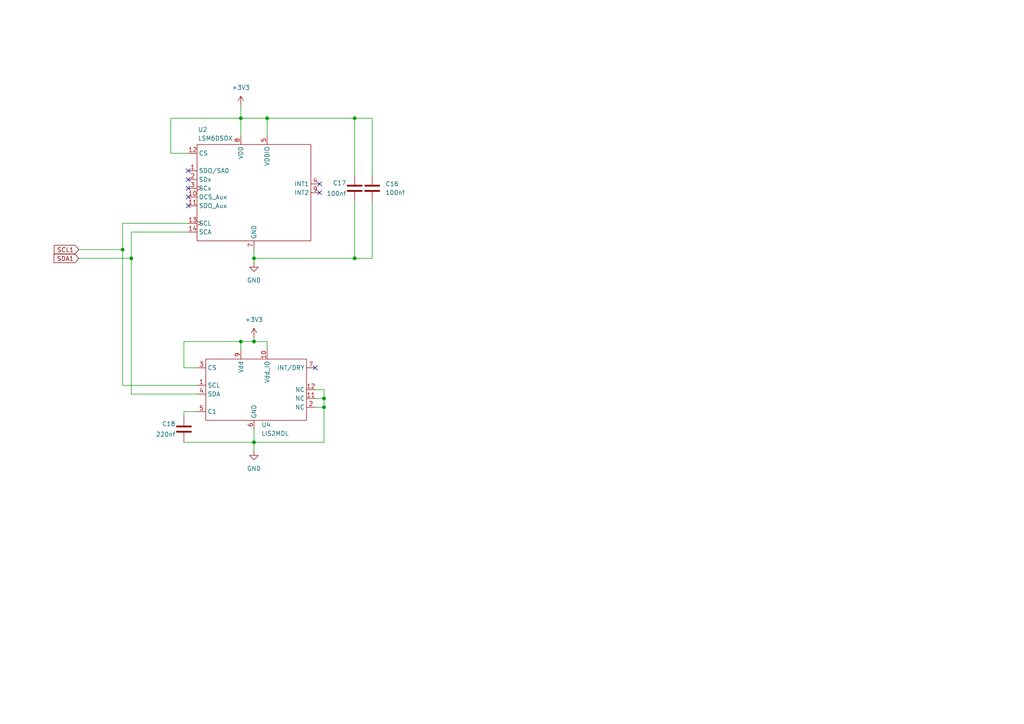
<source format=kicad_sch>
(kicad_sch (version 20250114) (generator "eeschema") (generator_version "9.0")
  (paper "A4")
  (lib_symbols
    (symbol "Device:C" (pin_numbers (hide yes)) (pin_names (offset 0.254))
      (property "Reference" "C" (at 0.635 2.54 0))
      (property "Value" "C" (at 0.635 -2.54 0))
      (symbol "C_0_1"
        (polyline (pts (xy -2.032 0.762) (xy 2.032 0.762)) (stroke (width 0.508)))
        (polyline (pts (xy -2.032 -0.762) (xy 2.032 -0.762)) (stroke (width 0.508)))
      )
      (symbol "C_1_1"
        (pin passive line (at 0 3.81 270) (length 2.794) (name "~") (number "1"))
        (pin passive line (at 0 -3.81 90) (length 2.794) (name "~") (number "2"))
      )
    )
    (symbol "PROVES:LIS2MDL"
      (property "Reference" "U" (at -9.398 10.414 0))
      (property "Value" "LIS2MDL" (at 14.478 10.16 0))
      (symbol "LIS2MDL_0_1"
        (rectangle (start -10.16 8.89) (end 19.05 -8.89))
      )
      (symbol "LIS2MDL_1_1"
        (pin input line (at -12.7 6.35 0) (length 2.54) (name "CS") (number "3"))
        (pin input line (at -12.7 1.27 0) (length 2.54) (name "SCL") (number "1"))
        (pin input line (at -12.7 -1.27 0) (length 2.54) (name "SDA") (number "4"))
        (pin input line (at -12.7 -6.35 0) (length 2.54) (name "C1") (number "5"))
        (pin power_in line (at 0 11.43 270) (length 2.54) (name "Vdd") (number "9"))
        (pin power_out line (at 3.81 -11.43 90) (length 2.54) (name "GND") (number "6"))
        (pin power_out line (at 3.81 -11.43 90) (length 2.54) (hide yes) (name "GND") (number "8"))
        (pin power_in line (at 7.62 11.43 270) (length 2.54) (name "Vdd_IO") (number "10"))
        (pin output line (at 21.59 6.35 180) (length 2.54) (name "INT/DRY") (number "7"))
        (pin output line (at 21.59 0 180) (length 2.54) (name "NC") (number "12"))
        (pin output line (at 21.59 -2.54 180) (length 2.54) (name "NC") (number "11"))
        (pin output line (at 21.59 -5.08 180) (length 2.54) (name "NC") (number "2"))
      )
    )
    (symbol "PROVES:LSM6DSOX"
      (property "Reference" "U" (at -3.048 6.604 0))
      (property "Value" "LSM6DSOX" (at 0 0 0))
      (symbol "LSM6DSOX_0_1"
        (rectangle (start -5.08 5.08) (end 27.94 -22.86))
      )
      (symbol "LSM6DSOX_1_1"
        (pin input line (at -7.62 2.54 0) (length 2.54) (name "CS") (number "12"))
        (pin output line (at -7.62 -2.54 0) (length 2.54) (name "SDO/SA0") (number "1"))
        (pin output line (at -7.62 -5.08 0) (length 2.54) (name "SDx") (number "2"))
        (pin input clock (at -7.62 -7.62 0) (length 2.54) (name "SCx") (number "3"))
        (pin input line (at -7.62 -10.16 0) (length 2.54) (name "OCS_Aux") (number "10"))
        (pin input line (at -7.62 -12.7 0) (length 2.54) (name "SDO_Aux") (number "11"))
        (pin input clock (at -7.62 -17.78 0) (length 2.54) (name "SCL") (number "13"))
        (pin input line (at -7.62 -20.32 0) (length 2.54) (name "SCA") (number "14"))
        (pin input line (at 7.62 7.62 270) (length 2.54) (name "VDD") (number "8"))
        (pin power_out line (at 11.43 -25.4 90) (length 2.54) (hide yes) (name "GND") (number "6"))
        (pin power_out line (at 11.43 -25.4 90) (length 2.54) (name "GND") (number "7"))
        (pin power_in line (at 15.24 7.62 270) (length 2.54) (name "VDDIO") (number "5"))
        (pin output line (at 30.48 -6.35 180) (length 2.54) (name "INT1") (number "4"))
        (pin output line (at 30.48 -8.89 180) (length 2.54) (name "INT2") (number "9"))
      )
    )
    (symbol "power:+3V3" (power) (pin_numbers (hide yes)) (pin_names (offset 0) (hide yes))
      (property "Value" "+3V3" (at 0 3.556 0))
      (symbol "+3V3_0_1"
        (polyline (pts (xy -0.762 1.27) (xy 0 2.54)))
        (polyline (pts (xy 0 2.54) (xy 0.762 1.27)))
        (polyline (pts (xy 0 0) (xy 0 2.54)))
      )
      (symbol "+3V3_1_1"
        (pin power_in line (at 0 0 90) (length 0) (name "~") (number "1"))
      )
    )
    (symbol "power:GND" (power) (pin_numbers (hide yes)) (pin_names (offset 0) (hide yes))
      (property "Value" "GND" (at 0 -3.81 0))
      (symbol "GND_0_1"
        (polyline (pts (xy 0 0) (xy 0 -1.27) (xy 1.27 -1.27) (xy 0 -2.54) (xy -1.27 -1.27) (xy 0 -1.27)))
      )
      (symbol "GND_1_1"
        (pin power_in line (at 0 0 270) (length 0) (name "~") (number "1"))
      )
    )
  )
  (junction (at 73.66 74.93))
  (junction (at 102.87 74.93))
  (junction (at 102.87 34.29))
  (junction (at 35.56 72.39))
  (junction (at 93.98 118.11))
  (junction (at 73.66 99.06))
  (junction (at 38.1 74.93))
  (junction (at 69.85 99.06))
  (junction (at 77.47 34.29))
  (junction (at 69.85 34.29))
  (junction (at 73.66 128.27))
  (junction (at 93.98 115.57))
  (no_connect (at 92.71 53.34))
  (no_connect (at 91.44 106.68))
  (no_connect (at 54.61 59.69))
  (no_connect (at 54.61 57.15))
  (no_connect (at 92.71 55.88))
  (no_connect (at 54.61 54.61))
  (no_connect (at 54.61 49.53))
  (no_connect (at 54.61 52.07))
  (wire (pts (xy 53.34 106.68) (xy 53.34 99.06)))
  (wire (pts (xy 35.56 64.77) (xy 54.61 64.77)))
  (wire (pts (xy 73.66 124.46) (xy 73.66 128.27)))
  (wire (pts (xy 73.66 128.27) (xy 73.66 130.81)))
  (wire (pts (xy 49.53 34.29) (xy 69.85 34.29)))
  (wire (pts (xy 53.34 128.27) (xy 73.66 128.27)))
  (wire (pts (xy 69.85 99.06) (xy 69.85 101.6)))
  (wire (pts (xy 102.87 34.29) (xy 107.95 34.29)))
  (wire (pts (xy 91.44 115.57) (xy 93.98 115.57)))
  (wire (pts (xy 53.34 119.38) (xy 57.15 119.38)))
  (wire (pts (xy 93.98 118.11) (xy 93.98 128.27)))
  (wire (pts (xy 77.47 34.29) (xy 77.47 39.37)))
  (wire (pts (xy 93.98 113.03) (xy 93.98 115.57)))
  (wire (pts (xy 22.86 72.39) (xy 35.56 72.39)))
  (wire (pts (xy 35.56 111.76) (xy 57.15 111.76)))
  (wire (pts (xy 49.53 44.45) (xy 49.53 34.29)))
  (wire (pts (xy 73.66 99.06) (xy 73.66 97.79)))
  (wire (pts (xy 38.1 114.3) (xy 57.15 114.3)))
  (wire (pts (xy 69.85 30.48) (xy 69.85 34.29)))
  (wire (pts (xy 93.98 128.27) (xy 73.66 128.27)))
  (wire (pts (xy 73.66 72.39) (xy 73.66 74.93)))
  (wire (pts (xy 77.47 34.29) (xy 102.87 34.29)))
  (wire (pts (xy 91.44 113.03) (xy 93.98 113.03)))
  (wire (pts (xy 38.1 67.31) (xy 54.61 67.31)))
  (wire (pts (xy 54.61 44.45) (xy 49.53 44.45)))
  (wire (pts (xy 38.1 74.93) (xy 38.1 67.31)))
  (wire (pts (xy 53.34 120.65) (xy 53.34 119.38)))
  (wire (pts (xy 102.87 34.29) (xy 102.87 50.8)))
  (wire (pts (xy 38.1 74.93) (xy 38.1 114.3)))
  (wire (pts (xy 102.87 74.93) (xy 107.95 74.93)))
  (wire (pts (xy 53.34 99.06) (xy 69.85 99.06)))
  (wire (pts (xy 107.95 58.42) (xy 107.95 74.93)))
  (wire (pts (xy 73.66 76.2) (xy 73.66 74.93)))
  (wire (pts (xy 69.85 99.06) (xy 73.66 99.06)))
  (wire (pts (xy 69.85 34.29) (xy 77.47 34.29)))
  (wire (pts (xy 102.87 58.42) (xy 102.87 74.93)))
  (wire (pts (xy 91.44 118.11) (xy 93.98 118.11)))
  (wire (pts (xy 35.56 72.39) (xy 35.56 111.76)))
  (wire (pts (xy 73.66 74.93) (xy 102.87 74.93)))
  (wire (pts (xy 77.47 99.06) (xy 77.47 101.6)))
  (wire (pts (xy 22.86 74.93) (xy 38.1 74.93)))
  (wire (pts (xy 107.95 34.29) (xy 107.95 50.8)))
  (wire (pts (xy 73.66 99.06) (xy 77.47 99.06)))
  (wire (pts (xy 69.85 34.29) (xy 69.85 39.37)))
  (wire (pts (xy 93.98 115.57) (xy 93.98 118.11)))
  (wire (pts (xy 57.15 106.68) (xy 53.34 106.68)))
  (wire (pts (xy 35.56 72.39) (xy 35.56 64.77)))
  (global_label "SDA1" (shape input) (at 22.86 74.93 180) (property "Intersheetrefs" "${INTERSHEET_REFS}" (effects (hide yes))))
  (global_label "SCL1" (shape input) (at 22.86 72.39 180) (property "Intersheetrefs" "${INTERSHEET_REFS}" (effects (hide yes))))
  (symbol (lib_id "PROVES:LIS2MDL") (at 69.85 113.03 0) (unit 1)
    (property "Reference" "U4" (at 75.8033 123.19 0) (effects (justify left)))
    (property "Value" "LIS2MDL" (at 75.8033 125.73 0) (effects (justify left)))
    (property "Footprint" "Package_LGA:LGA-12_2x2mm_P0.5mm" (effects (hide yes)))
    (property "Datasheet" "https://www.mouser.com/datasheet/2/389/lis2mdl-1156402.pdf" (effects (hide yes)))
    (property "Description" "3-axis Magnetometer" (effects (hide yes)))
  )
  (symbol (lib_id "power:GND") (at 73.66 76.2 0) (unit 1)
    (property "Reference" "#PWR022" (effects (hide yes)))
    (property "Value" "GND" (at 73.66 81.28 0))
    (property "Description" "Power symbol creates a global label with name \"GND\" , ground" (effects (hide yes)))
  )
  (symbol (lib_id "power:+3V3") (at 73.66 97.79 0) (unit 1)
    (property "Reference" "#PWR024" (effects (hide yes)))
    (property "Value" "+3V3" (at 73.66 92.71 0))
    (property "Description" "Power symbol creates a global label with name \"+3V3\"" (effects (hide yes)))
  )
  (symbol (lib_id "Device:C") (at 53.34 124.46 0) (unit 1)
    (property "Reference" "C18" (at 46.99 122.936 0) (effects (justify left)))
    (property "Value" "220nf" (at 45.212 125.984 0) (effects (justify left)))
    (property "Description" "Unpolarized capacitor" (effects (hide yes)))
  )
  (symbol (lib_id "PROVES:LSM6DSOX") (at 62.23 46.99 0) (unit 1)
    (property "Reference" "U2" (at 57.404 37.592 0) (effects (justify left)))
    (property "Value" "LSM6DSOX" (at 57.404 40.132 0) (effects (justify left)))
    (property "Footprint" "Package_LGA:LGA-14_3x2.5mm_P0.5mm_LayoutBorder3x4y" (effects (hide yes)))
    (property "Datasheet" "https://www.st.com/resource/en/datasheet/lsm6dso.pdf" (effects (hide yes)))
    (property "Description" "3-Axis Accel and 3-Axis Gyro" (effects (hide yes)))
  )
  (symbol (lib_id "power:GND") (at 73.66 130.81 0) (unit 1)
    (property "Reference" "#PWR025" (effects (hide yes)))
    (property "Value" "GND" (at 73.66 135.89 0))
    (property "Description" "Power symbol creates a global label with name \"GND\" , ground" (effects (hide yes)))
  )
  (symbol (lib_id "Device:C") (at 107.95 54.61 0) (unit 1)
    (property "Reference" "C16" (at 111.76 53.3399 0) (effects (justify left)))
    (property "Value" "100nf" (at 111.76 55.8799 0) (effects (justify left)))
    (property "Description" "Unpolarized capacitor" (effects (hide yes)))
  )
  (symbol (lib_id "power:+3V3") (at 69.85 30.48 0) (unit 1)
    (property "Reference" "#PWR023" (effects (hide yes)))
    (property "Value" "+3V3" (at 69.85 25.4 0))
    (property "Description" "Power symbol creates a global label with name \"+3V3\"" (effects (hide yes)))
  )
  (symbol (lib_id "Device:C") (at 102.87 54.61 0) (unit 1)
    (property "Reference" "C17" (at 96.52 53.086 0) (effects (justify left)))
    (property "Value" "100nf" (at 94.742 56.134 0) (effects (justify left)))
    (property "Description" "Unpolarized capacitor" (effects (hide yes)))
  )
)
</source>
